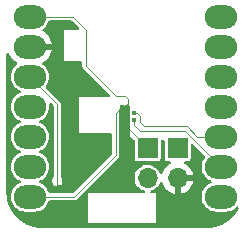
<source format=gbr>
%TF.GenerationSoftware,KiCad,Pcbnew,8.0.8-8.0.8-0~ubuntu24.04.1*%
%TF.CreationDate,2025-03-23T23:28:59+00:00*%
%TF.ProjectId,CONTROLLER_esp32xiao,434f4e54-524f-44c4-9c45-525f65737033,rev?*%
%TF.SameCoordinates,Original*%
%TF.FileFunction,Copper,L4,Bot*%
%TF.FilePolarity,Positive*%
%FSLAX46Y46*%
G04 Gerber Fmt 4.6, Leading zero omitted, Abs format (unit mm)*
G04 Created by KiCad (PCBNEW 8.0.8-8.0.8-0~ubuntu24.04.1) date 2025-03-23 23:28:59*
%MOMM*%
%LPD*%
G01*
G04 APERTURE LIST*
G04 Aperture macros list*
%AMRoundRect*
0 Rectangle with rounded corners*
0 $1 Rounding radius*
0 $2 $3 $4 $5 $6 $7 $8 $9 X,Y pos of 4 corners*
0 Add a 4 corners polygon primitive as box body*
4,1,4,$2,$3,$4,$5,$6,$7,$8,$9,$2,$3,0*
0 Add four circle primitives for the rounded corners*
1,1,$1+$1,$2,$3*
1,1,$1+$1,$4,$5*
1,1,$1+$1,$6,$7*
1,1,$1+$1,$8,$9*
0 Add four rect primitives between the rounded corners*
20,1,$1+$1,$2,$3,$4,$5,0*
20,1,$1+$1,$4,$5,$6,$7,0*
20,1,$1+$1,$6,$7,$8,$9,0*
20,1,$1+$1,$8,$9,$2,$3,0*%
G04 Aperture macros list end*
%TA.AperFunction,ComponentPad*%
%ADD10R,1.700000X1.700000*%
%TD*%
%TA.AperFunction,ComponentPad*%
%ADD11O,1.700000X1.700000*%
%TD*%
%TA.AperFunction,ComponentPad*%
%ADD12RoundRect,1.000000X0.375000X0.000010X-0.375000X0.000010X-0.375000X-0.000010X0.375000X-0.000010X0*%
%TD*%
%TA.AperFunction,ViaPad*%
%ADD13C,0.400000*%
%TD*%
%TA.AperFunction,Conductor*%
%ADD14C,0.100000*%
%TD*%
G04 APERTURE END LIST*
D10*
%TO.P,J3,1,Pin_1*%
%TO.N,/Sync*%
X61000000Y-87725000D03*
D11*
%TO.P,J3,2,Pin_2*%
%TO.N,GND*%
X61000000Y-90265000D03*
%TD*%
D10*
%TO.P,J1,1,Pin_1*%
%TO.N,VSYS*%
X58460000Y-87725000D03*
D11*
%TO.P,J1,2,Pin_2*%
%TO.N,/extRef*%
X58460000Y-90265000D03*
%TD*%
D12*
%TO.P,U2,1,PA02_A0_D0*%
%TO.N,/addr_bus_0*%
X64665000Y-76621750D03*
%TO.P,U2,2,PA4_A1_D1*%
%TO.N,/addr_bus_1*%
X64665000Y-79161750D03*
%TO.P,U2,3,PA10_A2_D2*%
%TO.N,/addr_bus_2*%
X64665000Y-81701750D03*
%TO.P,U2,4,PA11_A3_D3*%
%TO.N,/Sync*%
X64665000Y-84241750D03*
%TO.P,U2,5,PA8_A4_D4_SDA*%
%TO.N,/I2C_SDA*%
X64665000Y-86781750D03*
%TO.P,U2,6,PA9_A5_D5_SCL*%
%TO.N,/i2C_SCL*%
X64665000Y-89321750D03*
%TO.P,U2,7,PB08_A6_D6_TX*%
%TO.N,/IO1_out*%
X64665000Y-91861750D03*
%TO.P,U2,8,PB09_A7_D7_RX*%
%TO.N,/IO2*%
X48500000Y-91861750D03*
%TO.P,U2,9,PA7_A8_D8_SCK*%
%TO.N,/SCLK*%
X48500000Y-89321750D03*
%TO.P,U2,10,PA5_A9_D9_MISO*%
%TO.N,/POCI*%
X48500000Y-86781750D03*
%TO.P,U2,11,PA6_A10_D10_MOSI*%
%TO.N,/PICO*%
X48500000Y-84241750D03*
%TO.P,U2,12,3V3*%
%TO.N,+3.3V*%
X48500000Y-81701750D03*
%TO.P,U2,13,GND*%
%TO.N,GND*%
X48500000Y-79161750D03*
%TO.P,U2,14,5V*%
%TO.N,VSYS*%
X48500000Y-76621750D03*
%TD*%
D13*
%TO.N,GND*%
X52460000Y-81760000D03*
X54500000Y-87540000D03*
%TO.N,+3.3V*%
X51000000Y-91000000D03*
%TO.N,/IO2*%
X56300000Y-84260000D03*
%TO.N,/i2C_SCL*%
X57300000Y-85360003D03*
%TO.N,/I2C_SDA*%
X57300000Y-84760000D03*
%TD*%
D14*
%TO.N,+3.3V*%
X51000000Y-91000000D02*
X50800000Y-90800000D01*
X50800000Y-90800000D02*
X50800000Y-84001750D01*
X50800000Y-84001750D02*
X48500000Y-81701750D01*
%TO.N,/i2C_SCL*%
X57300000Y-85360003D02*
X57300000Y-85800000D01*
X61643250Y-86300000D02*
X64665000Y-89321750D01*
X57300000Y-85800000D02*
X57800000Y-86300000D01*
X57800000Y-86300000D02*
X61643250Y-86300000D01*
%TO.N,/I2C_SDA*%
X57850000Y-85550000D02*
X58200000Y-85900000D01*
X57300000Y-84760000D02*
X57560000Y-84760000D01*
X57560000Y-84760000D02*
X57850000Y-85050000D01*
X57850000Y-85050000D02*
X57850000Y-85550000D01*
X58200000Y-85900000D02*
X61800000Y-85900000D01*
X61800000Y-85900000D02*
X62681750Y-86781750D01*
X62681750Y-86781750D02*
X64665000Y-86781750D01*
%TO.N,VSYS*%
X48500000Y-76621750D02*
X52149712Y-76621750D01*
X52149712Y-76621750D02*
X53231000Y-77703038D01*
X53231000Y-77703038D02*
X53231000Y-80765462D01*
X56510000Y-83310000D02*
X56800000Y-83600000D01*
X53231000Y-80765462D02*
X55775538Y-83310000D01*
X55775538Y-83310000D02*
X56510000Y-83310000D01*
X56800000Y-83600000D02*
X56800000Y-86065000D01*
X56800000Y-86065000D02*
X58460000Y-87725000D01*
%TO.N,/IO2*%
X56300000Y-84260000D02*
X55771000Y-84789000D01*
X55771000Y-84789000D02*
X55771000Y-88329000D01*
X55771000Y-88329000D02*
X52238250Y-91861750D01*
X52238250Y-91861750D02*
X48500000Y-91861750D01*
%TD*%
%TA.AperFunction,Conductor*%
%TO.N,GND*%
G36*
X46715703Y-79715790D02*
G01*
X46750018Y-79764429D01*
X46772794Y-79822802D01*
X46900046Y-80036358D01*
X47060703Y-80226044D01*
X47060705Y-80226046D01*
X47250391Y-80386702D01*
X47394953Y-80472843D01*
X47442467Y-80524070D01*
X47454743Y-80592853D01*
X47427884Y-80657353D01*
X47402095Y-80681294D01*
X47320354Y-80737924D01*
X47320342Y-80737934D01*
X47161184Y-80897092D01*
X47161174Y-80897104D01*
X47032997Y-81082117D01*
X47032991Y-81082127D01*
X46939903Y-81287068D01*
X46939902Y-81287071D01*
X46884905Y-81505329D01*
X46884904Y-81505336D01*
X46874500Y-81637528D01*
X46874500Y-81765957D01*
X46874501Y-81765974D01*
X46884904Y-81898163D01*
X46884905Y-81898170D01*
X46939902Y-82116428D01*
X46939903Y-82116431D01*
X47032991Y-82321372D01*
X47032997Y-82321382D01*
X47161174Y-82506395D01*
X47161178Y-82506400D01*
X47161181Y-82506404D01*
X47320346Y-82665569D01*
X47320350Y-82665572D01*
X47320354Y-82665575D01*
X47459603Y-82762047D01*
X47505374Y-82793757D01*
X47580139Y-82827717D01*
X47648683Y-82858851D01*
X47701580Y-82904498D01*
X47721402Y-82971497D01*
X47701854Y-83038577D01*
X47649143Y-83084439D01*
X47648683Y-83084649D01*
X47505377Y-83149741D01*
X47505367Y-83149747D01*
X47320354Y-83277924D01*
X47320342Y-83277934D01*
X47161184Y-83437092D01*
X47161174Y-83437104D01*
X47032997Y-83622117D01*
X47032991Y-83622127D01*
X46939903Y-83827068D01*
X46939902Y-83827071D01*
X46884905Y-84045329D01*
X46884904Y-84045336D01*
X46874500Y-84177528D01*
X46874500Y-84305957D01*
X46874501Y-84305974D01*
X46884904Y-84438163D01*
X46884905Y-84438170D01*
X46939902Y-84656428D01*
X46939903Y-84656431D01*
X47032991Y-84861372D01*
X47032997Y-84861382D01*
X47161174Y-85046395D01*
X47161178Y-85046400D01*
X47161181Y-85046404D01*
X47320346Y-85205569D01*
X47320350Y-85205572D01*
X47320354Y-85205575D01*
X47427750Y-85279979D01*
X47505374Y-85333757D01*
X47580139Y-85367717D01*
X47648683Y-85398851D01*
X47701580Y-85444498D01*
X47721402Y-85511497D01*
X47701854Y-85578577D01*
X47649143Y-85624439D01*
X47648683Y-85624649D01*
X47505377Y-85689741D01*
X47505367Y-85689747D01*
X47320354Y-85817924D01*
X47320342Y-85817934D01*
X47161184Y-85977092D01*
X47161174Y-85977104D01*
X47032997Y-86162117D01*
X47032991Y-86162127D01*
X46939903Y-86367068D01*
X46939902Y-86367071D01*
X46884905Y-86585329D01*
X46884904Y-86585336D01*
X46874500Y-86717528D01*
X46874500Y-86845957D01*
X46874501Y-86845974D01*
X46884904Y-86978163D01*
X46884905Y-86978170D01*
X46939902Y-87196428D01*
X46939903Y-87196431D01*
X47032991Y-87401372D01*
X47032997Y-87401382D01*
X47161174Y-87586395D01*
X47161178Y-87586400D01*
X47161181Y-87586404D01*
X47320346Y-87745569D01*
X47320350Y-87745572D01*
X47320354Y-87745575D01*
X47412938Y-87809717D01*
X47505374Y-87873757D01*
X47580139Y-87907717D01*
X47648683Y-87938851D01*
X47701580Y-87984498D01*
X47721402Y-88051497D01*
X47701854Y-88118577D01*
X47649143Y-88164439D01*
X47648683Y-88164649D01*
X47505377Y-88229741D01*
X47505367Y-88229747D01*
X47320354Y-88357924D01*
X47320342Y-88357934D01*
X47161184Y-88517092D01*
X47161174Y-88517104D01*
X47032997Y-88702117D01*
X47032991Y-88702127D01*
X46939903Y-88907068D01*
X46939902Y-88907071D01*
X46884905Y-89125329D01*
X46884904Y-89125336D01*
X46874500Y-89257528D01*
X46874500Y-89385957D01*
X46874501Y-89385974D01*
X46884904Y-89518163D01*
X46884905Y-89518170D01*
X46939902Y-89736428D01*
X46939903Y-89736431D01*
X47032991Y-89941372D01*
X47032997Y-89941382D01*
X47161174Y-90126395D01*
X47161178Y-90126400D01*
X47161181Y-90126404D01*
X47320346Y-90285569D01*
X47320350Y-90285572D01*
X47320354Y-90285575D01*
X47385670Y-90330826D01*
X47505374Y-90413757D01*
X47580139Y-90447717D01*
X47648683Y-90478851D01*
X47701580Y-90524498D01*
X47721402Y-90591497D01*
X47701854Y-90658577D01*
X47649143Y-90704439D01*
X47648683Y-90704649D01*
X47505377Y-90769741D01*
X47505367Y-90769747D01*
X47320354Y-90897924D01*
X47320342Y-90897934D01*
X47161184Y-91057092D01*
X47161174Y-91057104D01*
X47032997Y-91242117D01*
X47032991Y-91242127D01*
X46939903Y-91447068D01*
X46939902Y-91447071D01*
X46884905Y-91665329D01*
X46884904Y-91665336D01*
X46874500Y-91797528D01*
X46874500Y-91925957D01*
X46874501Y-91925974D01*
X46884904Y-92058163D01*
X46884905Y-92058170D01*
X46939902Y-92276428D01*
X46939903Y-92276431D01*
X47032991Y-92481372D01*
X47032997Y-92481382D01*
X47161174Y-92666395D01*
X47161178Y-92666400D01*
X47161181Y-92666404D01*
X47320346Y-92825569D01*
X47320350Y-92825572D01*
X47320354Y-92825575D01*
X47459603Y-92922047D01*
X47505374Y-92953757D01*
X47710317Y-93046846D01*
X47710321Y-93046847D01*
X47928579Y-93101844D01*
X47928581Y-93101844D01*
X47928588Y-93101846D01*
X48060783Y-93112250D01*
X48939216Y-93112249D01*
X49071412Y-93101846D01*
X49289683Y-93046846D01*
X49494626Y-92953757D01*
X49679654Y-92825569D01*
X49838819Y-92666404D01*
X49967007Y-92481376D01*
X50060096Y-92276433D01*
X50065256Y-92255953D01*
X50100723Y-92195755D01*
X50163106Y-92164289D01*
X50185498Y-92162250D01*
X52277810Y-92162250D01*
X52277812Y-92162250D01*
X52354239Y-92141771D01*
X52422761Y-92102210D01*
X52478710Y-92046261D01*
X56011460Y-88513511D01*
X56051021Y-88444989D01*
X56071500Y-88368562D01*
X56071500Y-84464833D01*
X56091185Y-84397794D01*
X56107819Y-84377152D01*
X56238152Y-84246819D01*
X56299475Y-84213334D01*
X56325833Y-84210500D01*
X56364773Y-84210500D01*
X56364773Y-84210499D01*
X56489069Y-84174004D01*
X56598049Y-84103967D01*
X56641258Y-84054099D01*
X56700032Y-84016327D01*
X56769902Y-84016325D01*
X56822651Y-84047622D01*
X56913181Y-84138152D01*
X56946666Y-84199475D01*
X56949500Y-84225833D01*
X56949500Y-86554562D01*
X56969979Y-86630989D01*
X56969980Y-86630991D01*
X56969979Y-86630991D01*
X56974621Y-86639030D01*
X56974623Y-86639032D01*
X56974624Y-86639034D01*
X56997901Y-86679352D01*
X57009539Y-86699510D01*
X57323181Y-87013152D01*
X57356666Y-87074475D01*
X57359500Y-87100833D01*
X57359500Y-88599678D01*
X57374032Y-88672735D01*
X57374033Y-88672739D01*
X57374034Y-88672740D01*
X57429399Y-88755601D01*
X57512260Y-88810966D01*
X57512264Y-88810967D01*
X57585321Y-88825499D01*
X57585324Y-88825500D01*
X57585326Y-88825500D01*
X59334676Y-88825500D01*
X59334677Y-88825499D01*
X59407740Y-88810966D01*
X59490601Y-88755601D01*
X59545966Y-88672740D01*
X59560500Y-88599674D01*
X59560500Y-87159500D01*
X59580185Y-87092461D01*
X59632989Y-87046706D01*
X59684500Y-87035500D01*
X59775500Y-87035500D01*
X59842539Y-87055185D01*
X59888294Y-87107989D01*
X59899500Y-87159500D01*
X59899500Y-88599678D01*
X59914032Y-88672735D01*
X59914033Y-88672739D01*
X59914034Y-88672740D01*
X59969399Y-88755601D01*
X60052260Y-88810966D01*
X60052264Y-88810967D01*
X60125321Y-88825499D01*
X60125324Y-88825500D01*
X60333318Y-88825500D01*
X60400357Y-88845185D01*
X60446112Y-88897989D01*
X60456056Y-88967147D01*
X60427031Y-89030703D01*
X60385723Y-89061882D01*
X60322422Y-89091399D01*
X60322420Y-89091400D01*
X60128926Y-89226886D01*
X60128920Y-89226891D01*
X59961891Y-89393920D01*
X59961886Y-89393926D01*
X59826400Y-89587420D01*
X59826399Y-89587422D01*
X59726570Y-89801507D01*
X59726568Y-89801511D01*
X59717592Y-89835011D01*
X59681226Y-89894671D01*
X59618379Y-89925199D01*
X59549003Y-89916904D01*
X59495126Y-89872418D01*
X59486817Y-89858188D01*
X59426189Y-89736431D01*
X59399673Y-89683179D01*
X59327359Y-89587420D01*
X59276762Y-89520418D01*
X59126041Y-89383019D01*
X59126039Y-89383017D01*
X58952642Y-89275655D01*
X58952635Y-89275651D01*
X58826769Y-89226891D01*
X58762456Y-89201976D01*
X58561976Y-89164500D01*
X58358024Y-89164500D01*
X58157544Y-89201976D01*
X58157541Y-89201976D01*
X58157541Y-89201977D01*
X57967364Y-89275651D01*
X57967357Y-89275655D01*
X57793960Y-89383017D01*
X57793958Y-89383019D01*
X57643237Y-89520418D01*
X57520327Y-89683178D01*
X57429422Y-89865739D01*
X57429417Y-89865752D01*
X57373602Y-90061917D01*
X57354785Y-90264999D01*
X57354785Y-90265000D01*
X57373602Y-90468082D01*
X57429417Y-90664247D01*
X57429422Y-90664260D01*
X57520327Y-90846821D01*
X57643237Y-91009581D01*
X57793958Y-91146980D01*
X57793960Y-91146982D01*
X57893141Y-91208392D01*
X57967363Y-91254348D01*
X58093220Y-91303105D01*
X58155218Y-91327123D01*
X58210619Y-91369696D01*
X58234210Y-91435463D01*
X58218499Y-91503543D01*
X58168475Y-91552322D01*
X58110424Y-91566750D01*
X53435000Y-91566750D01*
X53435000Y-94106750D01*
X59150000Y-94106750D01*
X59150000Y-91566750D01*
X58809576Y-91566750D01*
X58742537Y-91547065D01*
X58696782Y-91494261D01*
X58686838Y-91425103D01*
X58715863Y-91361547D01*
X58764782Y-91327123D01*
X58784514Y-91319478D01*
X58952637Y-91254348D01*
X59126041Y-91146981D01*
X59276764Y-91009579D01*
X59399673Y-90846821D01*
X59470466Y-90704649D01*
X59486817Y-90671812D01*
X59534319Y-90620575D01*
X59601982Y-90603153D01*
X59668323Y-90625078D01*
X59712278Y-90679389D01*
X59717592Y-90694989D01*
X59726567Y-90728485D01*
X59726570Y-90728492D01*
X59826399Y-90942578D01*
X59961894Y-91136082D01*
X60128917Y-91303105D01*
X60322421Y-91438600D01*
X60536507Y-91538429D01*
X60536516Y-91538433D01*
X60750000Y-91595634D01*
X60750000Y-90698012D01*
X60807007Y-90730925D01*
X60934174Y-90765000D01*
X61065826Y-90765000D01*
X61192993Y-90730925D01*
X61250000Y-90698012D01*
X61250000Y-91595633D01*
X61463483Y-91538433D01*
X61463492Y-91538429D01*
X61677578Y-91438600D01*
X61871082Y-91303105D01*
X62038105Y-91136082D01*
X62173600Y-90942578D01*
X62273429Y-90728492D01*
X62273432Y-90728486D01*
X62330636Y-90515000D01*
X61433012Y-90515000D01*
X61465925Y-90457993D01*
X61500000Y-90330826D01*
X61500000Y-90199174D01*
X61465925Y-90072007D01*
X61433012Y-90015000D01*
X62330636Y-90015000D01*
X62330635Y-90014999D01*
X62273432Y-89801513D01*
X62273429Y-89801507D01*
X62173600Y-89587422D01*
X62173599Y-89587420D01*
X62038113Y-89393926D01*
X62038108Y-89393920D01*
X61871082Y-89226894D01*
X61677578Y-89091399D01*
X61614277Y-89061882D01*
X61561838Y-89015710D01*
X61542686Y-88948516D01*
X61562902Y-88881635D01*
X61616067Y-88836300D01*
X61666682Y-88825500D01*
X61874676Y-88825500D01*
X61874677Y-88825499D01*
X61947740Y-88810966D01*
X62030601Y-88755601D01*
X62085966Y-88672740D01*
X62100500Y-88599674D01*
X62100500Y-87481583D01*
X62120185Y-87414544D01*
X62172989Y-87368789D01*
X62242147Y-87358845D01*
X62305703Y-87387870D01*
X62312181Y-87393902D01*
X63297668Y-88379389D01*
X63331153Y-88440712D01*
X63326169Y-88510404D01*
X63311915Y-88537686D01*
X63197997Y-88702117D01*
X63197991Y-88702127D01*
X63104903Y-88907068D01*
X63104902Y-88907071D01*
X63049905Y-89125329D01*
X63049904Y-89125336D01*
X63039500Y-89257528D01*
X63039500Y-89385957D01*
X63039501Y-89385974D01*
X63049904Y-89518163D01*
X63049905Y-89518170D01*
X63104902Y-89736428D01*
X63104903Y-89736431D01*
X63197991Y-89941372D01*
X63197997Y-89941382D01*
X63326174Y-90126395D01*
X63326178Y-90126400D01*
X63326181Y-90126404D01*
X63485346Y-90285569D01*
X63485350Y-90285572D01*
X63485354Y-90285575D01*
X63550670Y-90330826D01*
X63670374Y-90413757D01*
X63745139Y-90447717D01*
X63813683Y-90478851D01*
X63866580Y-90524498D01*
X63886402Y-90591497D01*
X63866854Y-90658577D01*
X63814143Y-90704439D01*
X63813683Y-90704649D01*
X63670377Y-90769741D01*
X63670367Y-90769747D01*
X63485354Y-90897924D01*
X63485342Y-90897934D01*
X63326184Y-91057092D01*
X63326174Y-91057104D01*
X63197997Y-91242117D01*
X63197991Y-91242127D01*
X63104903Y-91447068D01*
X63104902Y-91447071D01*
X63049905Y-91665329D01*
X63049904Y-91665336D01*
X63039500Y-91797528D01*
X63039500Y-91925957D01*
X63039501Y-91925974D01*
X63049904Y-92058163D01*
X63049905Y-92058170D01*
X63104902Y-92276428D01*
X63104903Y-92276431D01*
X63197991Y-92481372D01*
X63197997Y-92481382D01*
X63326174Y-92666395D01*
X63326178Y-92666400D01*
X63326181Y-92666404D01*
X63485346Y-92825569D01*
X63485350Y-92825572D01*
X63485354Y-92825575D01*
X63624603Y-92922047D01*
X63670374Y-92953757D01*
X63875317Y-93046846D01*
X63875321Y-93046847D01*
X64093579Y-93101844D01*
X64093581Y-93101844D01*
X64093588Y-93101846D01*
X64225783Y-93112250D01*
X65104216Y-93112249D01*
X65236412Y-93101846D01*
X65454683Y-93046846D01*
X65659626Y-92953757D01*
X65844654Y-92825569D01*
X65964991Y-92705231D01*
X66026310Y-92671749D01*
X66096002Y-92676733D01*
X66151936Y-92718604D01*
X66176353Y-92784068D01*
X66163154Y-92849209D01*
X66091945Y-92988968D01*
X66085455Y-93000209D01*
X65922109Y-93251741D01*
X65914480Y-93262241D01*
X65725730Y-93495329D01*
X65717045Y-93504975D01*
X65504975Y-93717045D01*
X65495329Y-93725730D01*
X65262241Y-93914480D01*
X65251741Y-93922109D01*
X65000209Y-94085455D01*
X64988968Y-94091945D01*
X64721736Y-94228104D01*
X64709879Y-94233383D01*
X64429878Y-94340864D01*
X64417533Y-94344875D01*
X64127838Y-94422495D01*
X64115143Y-94425194D01*
X63818901Y-94472111D01*
X63805992Y-94473467D01*
X63503245Y-94489330D01*
X63496757Y-94489500D01*
X49503251Y-94489500D01*
X49496759Y-94489330D01*
X49444613Y-94486595D01*
X49194005Y-94473454D01*
X49181098Y-94472097D01*
X48884871Y-94425171D01*
X48872176Y-94422472D01*
X48582483Y-94344842D01*
X48570139Y-94340831D01*
X48290143Y-94233345D01*
X48278287Y-94228066D01*
X48011058Y-94091901D01*
X47999818Y-94085412D01*
X47748281Y-93922058D01*
X47737795Y-93914439D01*
X47649352Y-93842819D01*
X47504709Y-93725688D01*
X47495064Y-93717003D01*
X47282996Y-93504935D01*
X47274311Y-93495290D01*
X47194856Y-93397172D01*
X47085556Y-93262199D01*
X47077944Y-93251722D01*
X46914581Y-93000171D01*
X46908098Y-92988941D01*
X46771933Y-92721712D01*
X46766654Y-92709856D01*
X46753939Y-92676733D01*
X46659164Y-92429849D01*
X46655160Y-92417527D01*
X46577524Y-92127812D01*
X46574830Y-92115139D01*
X46527900Y-91818890D01*
X46526546Y-91806004D01*
X46510670Y-91503241D01*
X46510500Y-91496748D01*
X46510500Y-79809503D01*
X46530185Y-79742464D01*
X46582989Y-79696709D01*
X46652147Y-79686765D01*
X46715703Y-79715790D01*
G37*
%TD.AperFunction*%
%TA.AperFunction,Conductor*%
G36*
X52040918Y-76941935D02*
G01*
X52061560Y-76958569D01*
X52615060Y-77512069D01*
X52648545Y-77573392D01*
X52643561Y-77643084D01*
X52601689Y-77699017D01*
X52536225Y-77723434D01*
X52527379Y-77723750D01*
X51403000Y-77723750D01*
X51403000Y-80390750D01*
X52806500Y-80390750D01*
X52873539Y-80410435D01*
X52919294Y-80463239D01*
X52930500Y-80514750D01*
X52930500Y-80805024D01*
X52946818Y-80865923D01*
X52950979Y-80881451D01*
X52960010Y-80897092D01*
X52960011Y-80897096D01*
X52960012Y-80897096D01*
X52990539Y-80949971D01*
X52990541Y-80949974D01*
X55267636Y-83227069D01*
X55301121Y-83288392D01*
X55296137Y-83358084D01*
X55254265Y-83414017D01*
X55188801Y-83438434D01*
X55179955Y-83438750D01*
X52673000Y-83438750D01*
X52673000Y-86486750D01*
X55346500Y-86486750D01*
X55413539Y-86506435D01*
X55459294Y-86559239D01*
X55470500Y-86610750D01*
X55470500Y-88153167D01*
X55450815Y-88220206D01*
X55434181Y-88240848D01*
X52150098Y-91524931D01*
X52088775Y-91558416D01*
X52062417Y-91561250D01*
X50185498Y-91561250D01*
X50118459Y-91541565D01*
X50072704Y-91488761D01*
X50065256Y-91467546D01*
X50060096Y-91447066D01*
X49972559Y-91254348D01*
X49967007Y-91242124D01*
X49838819Y-91057096D01*
X49679654Y-90897931D01*
X49679650Y-90897928D01*
X49679645Y-90897924D01*
X49494632Y-90769747D01*
X49494623Y-90769741D01*
X49351316Y-90704649D01*
X49298419Y-90659002D01*
X49278597Y-90592003D01*
X49298145Y-90524924D01*
X49350855Y-90479061D01*
X49351316Y-90478851D01*
X49375025Y-90468082D01*
X49494626Y-90413757D01*
X49679654Y-90285569D01*
X49838819Y-90126404D01*
X49967007Y-89941376D01*
X50060096Y-89736433D01*
X50115096Y-89518162D01*
X50125500Y-89385967D01*
X50125499Y-89257534D01*
X50115096Y-89125338D01*
X50106544Y-89091400D01*
X50060097Y-88907071D01*
X50060096Y-88907068D01*
X50055972Y-88897989D01*
X49967007Y-88702124D01*
X49838819Y-88517096D01*
X49679654Y-88357931D01*
X49679650Y-88357928D01*
X49679645Y-88357924D01*
X49494632Y-88229747D01*
X49494623Y-88229741D01*
X49351316Y-88164649D01*
X49298419Y-88119002D01*
X49278597Y-88052003D01*
X49298145Y-87984924D01*
X49350855Y-87939061D01*
X49351316Y-87938851D01*
X49494626Y-87873757D01*
X49679654Y-87745569D01*
X49838819Y-87586404D01*
X49967007Y-87401376D01*
X50060096Y-87196433D01*
X50115096Y-86978162D01*
X50125500Y-86845967D01*
X50125499Y-86717534D01*
X50115096Y-86585338D01*
X50080258Y-86447083D01*
X50060097Y-86367071D01*
X50060096Y-86367068D01*
X50059395Y-86365525D01*
X49967007Y-86162124D01*
X49872438Y-86025622D01*
X49838825Y-85977104D01*
X49838822Y-85977100D01*
X49838819Y-85977096D01*
X49679654Y-85817931D01*
X49679650Y-85817928D01*
X49679645Y-85817924D01*
X49494632Y-85689747D01*
X49494623Y-85689741D01*
X49351316Y-85624649D01*
X49298419Y-85579002D01*
X49278597Y-85512003D01*
X49298145Y-85444924D01*
X49350855Y-85399061D01*
X49351316Y-85398851D01*
X49494626Y-85333757D01*
X49679654Y-85205569D01*
X49838819Y-85046404D01*
X49967007Y-84861376D01*
X50060096Y-84656433D01*
X50115096Y-84438162D01*
X50125500Y-84305967D01*
X50125499Y-84177534D01*
X50115538Y-84050964D01*
X50129902Y-83982591D01*
X50178954Y-83932834D01*
X50247119Y-83917495D01*
X50312756Y-83941444D01*
X50326837Y-83953558D01*
X50463181Y-84089902D01*
X50496666Y-84151225D01*
X50499500Y-84177583D01*
X50499500Y-90112611D01*
X50479815Y-90179650D01*
X50469214Y-90193812D01*
X50417120Y-90253932D01*
X50417117Y-90253938D01*
X50363302Y-90371774D01*
X50344867Y-90500000D01*
X50363302Y-90628225D01*
X50417117Y-90746061D01*
X50417118Y-90746063D01*
X50501951Y-90843967D01*
X50610931Y-90914004D01*
X50735225Y-90950499D01*
X50735227Y-90950500D01*
X50735228Y-90950500D01*
X50864773Y-90950500D01*
X50864773Y-90950499D01*
X50989069Y-90914004D01*
X51098049Y-90843967D01*
X51182882Y-90746063D01*
X51236697Y-90628226D01*
X51255133Y-90500000D01*
X51236697Y-90371774D01*
X51182882Y-90253937D01*
X51182880Y-90253935D01*
X51182879Y-90253932D01*
X51130786Y-90193812D01*
X51101762Y-90130256D01*
X51100500Y-90112611D01*
X51100500Y-83962189D01*
X51100500Y-83962188D01*
X51080021Y-83885761D01*
X51074838Y-83876784D01*
X51040464Y-83817245D01*
X51040458Y-83817237D01*
X49867331Y-82644110D01*
X49833846Y-82582787D01*
X49838830Y-82513095D01*
X49853080Y-82485819D01*
X49967007Y-82321376D01*
X50060096Y-82116433D01*
X50115096Y-81898162D01*
X50125500Y-81765967D01*
X50125499Y-81637534D01*
X50115096Y-81505338D01*
X50093077Y-81417956D01*
X50060097Y-81287071D01*
X50060096Y-81287068D01*
X49967008Y-81082127D01*
X49967007Y-81082124D01*
X49875453Y-80949974D01*
X49838825Y-80897104D01*
X49838822Y-80897100D01*
X49838819Y-80897096D01*
X49679654Y-80737931D01*
X49679650Y-80737928D01*
X49679645Y-80737924D01*
X49597904Y-80681294D01*
X49554007Y-80626936D01*
X49546468Y-80557474D01*
X49577679Y-80494963D01*
X49605047Y-80472843D01*
X49749604Y-80386706D01*
X49749608Y-80386703D01*
X49939294Y-80226046D01*
X49939296Y-80226044D01*
X50099953Y-80036358D01*
X50227206Y-79822799D01*
X50317564Y-79591232D01*
X50317567Y-79591222D01*
X50355199Y-79411750D01*
X48933012Y-79411750D01*
X48965925Y-79354743D01*
X49000000Y-79227576D01*
X49000000Y-79095924D01*
X48965925Y-78968757D01*
X48933012Y-78911750D01*
X50355198Y-78911750D01*
X50317567Y-78732277D01*
X50317564Y-78732267D01*
X50227206Y-78500700D01*
X50099953Y-78287141D01*
X49939296Y-78097455D01*
X49939294Y-78097453D01*
X49749608Y-77936796D01*
X49605046Y-77850656D01*
X49557532Y-77799429D01*
X49545256Y-77730646D01*
X49572115Y-77666145D01*
X49597900Y-77642207D01*
X49679654Y-77585569D01*
X49838819Y-77426404D01*
X49967007Y-77241376D01*
X50060096Y-77036433D01*
X50065256Y-77015953D01*
X50100723Y-76955755D01*
X50163106Y-76924289D01*
X50185498Y-76922250D01*
X51973879Y-76922250D01*
X52040918Y-76941935D01*
G37*
%TD.AperFunction*%
%TD*%
M02*

</source>
